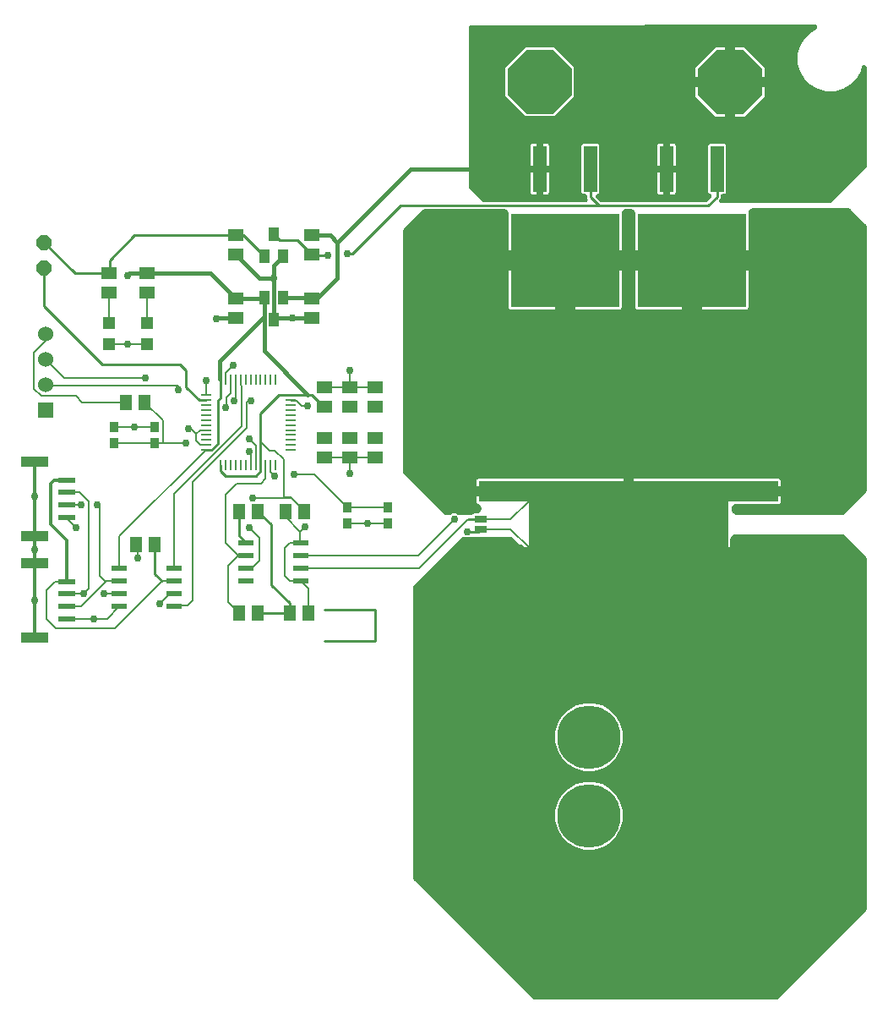
<source format=gbr>
G04 EAGLE Gerber X2 export*
%TF.Part,Single*%
%TF.FileFunction,Copper,L1,Top,Mixed*%
%TF.FilePolarity,Positive*%
%TF.GenerationSoftware,Autodesk,EAGLE,9.1.3*%
%TF.CreationDate,2018-11-23T23:54:25Z*%
G75*
%MOMM*%
%FSLAX34Y34*%
%LPD*%
%AMOC8*
5,1,8,0,0,1.08239X$1,22.5*%
G01*
%ADD10R,1.300000X1.500000*%
%ADD11R,1.500000X1.300000*%
%ADD12R,1.700000X0.600000*%
%ADD13R,2.700000X1.000000*%
%ADD14R,1.200000X1.200000*%
%ADD15P,6.983147X8X202.500000*%
%ADD16R,0.900000X1.000000*%
%ADD17R,1.524000X1.524000*%
%ADD18C,1.524000*%
%ADD19R,1.350000X4.600000*%
%ADD20R,10.800000X9.400000*%
%ADD21R,1.000000X1.400000*%
%ADD22R,6.350000X6.350000*%
%ADD23C,6.350000*%
%ADD24R,1.500000X0.600000*%
%ADD25R,0.200000X1.000000*%
%ADD26R,1.000000X0.200000*%
%ADD27R,20.000000X5.000000*%
%ADD28C,0.150000*%
%ADD29R,30.000000X2.000000*%
%ADD30R,1.270000X0.635000*%
%ADD31P,1.649562X8X112.500000*%
%ADD32C,0.254000*%
%ADD33C,0.756400*%
%ADD34C,0.406400*%
%ADD35C,0.152400*%
%ADD36C,0.304800*%
%ADD37C,0.203200*%

G36*
X795093Y107955D02*
X795093Y107955D01*
X795166Y107953D01*
X795411Y107975D01*
X795656Y107991D01*
X795727Y108004D01*
X795800Y108011D01*
X796040Y108064D01*
X796282Y108110D01*
X796351Y108133D01*
X796422Y108148D01*
X796653Y108231D01*
X796888Y108307D01*
X796954Y108338D01*
X797023Y108362D01*
X797242Y108473D01*
X797464Y108578D01*
X797526Y108617D01*
X797591Y108650D01*
X797795Y108787D01*
X798003Y108919D01*
X798059Y108965D01*
X798119Y109006D01*
X798293Y109159D01*
X798494Y109324D01*
X798551Y109385D01*
X798612Y109438D01*
X885092Y195918D01*
X885140Y195973D01*
X885193Y196023D01*
X885351Y196212D01*
X885513Y196396D01*
X885554Y196457D01*
X885601Y196513D01*
X885733Y196720D01*
X885871Y196923D01*
X885904Y196988D01*
X885944Y197050D01*
X886049Y197272D01*
X886161Y197491D01*
X886185Y197559D01*
X886217Y197625D01*
X886293Y197859D01*
X886377Y198090D01*
X886393Y198161D01*
X886416Y198231D01*
X886462Y198472D01*
X886516Y198712D01*
X886523Y198785D01*
X886537Y198856D01*
X886552Y199087D01*
X886577Y199346D01*
X886574Y199430D01*
X886579Y199510D01*
X886579Y548520D01*
X886575Y548593D01*
X886577Y548666D01*
X886555Y548911D01*
X886539Y549156D01*
X886526Y549227D01*
X886519Y549300D01*
X886466Y549540D01*
X886420Y549782D01*
X886397Y549851D01*
X886382Y549922D01*
X886299Y550153D01*
X886223Y550388D01*
X886192Y550454D01*
X886168Y550523D01*
X886057Y550742D01*
X885952Y550964D01*
X885913Y551026D01*
X885880Y551091D01*
X885743Y551295D01*
X885611Y551503D01*
X885565Y551559D01*
X885524Y551619D01*
X885371Y551793D01*
X885206Y551994D01*
X885145Y552051D01*
X885092Y552112D01*
X864652Y572552D01*
X864597Y572600D01*
X864547Y572653D01*
X864358Y572811D01*
X864174Y572973D01*
X864113Y573014D01*
X864057Y573061D01*
X863850Y573193D01*
X863647Y573331D01*
X863582Y573364D01*
X863520Y573404D01*
X863298Y573509D01*
X863079Y573621D01*
X863011Y573645D01*
X862945Y573677D01*
X862710Y573754D01*
X862480Y573837D01*
X862409Y573853D01*
X862339Y573876D01*
X862098Y573922D01*
X861858Y573976D01*
X861786Y573983D01*
X861714Y573997D01*
X861483Y574012D01*
X861224Y574037D01*
X861140Y574034D01*
X861060Y574039D01*
X755650Y574039D01*
X755577Y574035D01*
X755504Y574037D01*
X755259Y574015D01*
X755014Y573999D01*
X754943Y573986D01*
X754870Y573979D01*
X754630Y573926D01*
X754388Y573880D01*
X754319Y573857D01*
X754248Y573842D01*
X754017Y573759D01*
X753782Y573683D01*
X753716Y573652D01*
X753647Y573628D01*
X753428Y573517D01*
X753206Y573412D01*
X753144Y573373D01*
X753079Y573340D01*
X752875Y573203D01*
X752667Y573071D01*
X752611Y573025D01*
X752551Y572984D01*
X752377Y572831D01*
X752176Y572666D01*
X752119Y572605D01*
X752058Y572552D01*
X751220Y571714D01*
X751172Y571659D01*
X751119Y571609D01*
X750961Y571420D01*
X750799Y571236D01*
X750758Y571175D01*
X750711Y571119D01*
X750579Y570912D01*
X750441Y570709D01*
X750408Y570644D01*
X750368Y570582D01*
X750263Y570360D01*
X750151Y570141D01*
X750127Y570073D01*
X750095Y570007D01*
X750018Y569772D01*
X749935Y569542D01*
X749919Y569471D01*
X749896Y569401D01*
X749850Y569160D01*
X749796Y568920D01*
X749789Y568847D01*
X749775Y568776D01*
X749760Y568545D01*
X749735Y568286D01*
X749738Y568202D01*
X749733Y568122D01*
X749733Y558396D01*
X749423Y557649D01*
X748851Y557077D01*
X748104Y556767D01*
X547296Y556767D01*
X546549Y557077D01*
X545977Y557648D01*
X545699Y558319D01*
X545685Y558347D01*
X545674Y558378D01*
X545545Y558633D01*
X545419Y558891D01*
X545401Y558918D01*
X545387Y558946D01*
X545227Y559183D01*
X545069Y559423D01*
X545048Y559448D01*
X545031Y559474D01*
X544866Y559662D01*
X544656Y559908D01*
X544625Y559936D01*
X544598Y559967D01*
X542173Y562392D01*
X542118Y562440D01*
X542068Y562493D01*
X541879Y562651D01*
X541695Y562813D01*
X541635Y562854D01*
X541579Y562901D01*
X541371Y563033D01*
X541168Y563171D01*
X541103Y563204D01*
X541042Y563244D01*
X540820Y563349D01*
X540601Y563461D01*
X540532Y563485D01*
X540466Y563517D01*
X540232Y563593D01*
X540001Y563677D01*
X539930Y563693D01*
X539861Y563716D01*
X539620Y563762D01*
X539380Y563816D01*
X539307Y563823D01*
X539235Y563837D01*
X539004Y563852D01*
X538745Y563877D01*
X538662Y563874D01*
X538581Y563879D01*
X538044Y563879D01*
X531912Y570012D01*
X531857Y570060D01*
X531807Y570113D01*
X531618Y570271D01*
X531434Y570433D01*
X531373Y570474D01*
X531317Y570521D01*
X531110Y570653D01*
X530907Y570791D01*
X530842Y570824D01*
X530780Y570864D01*
X530558Y570969D01*
X530339Y571081D01*
X530271Y571105D01*
X530205Y571137D01*
X529971Y571213D01*
X529740Y571297D01*
X529669Y571313D01*
X529599Y571336D01*
X529358Y571382D01*
X529118Y571436D01*
X529046Y571443D01*
X528974Y571457D01*
X528743Y571472D01*
X528484Y571497D01*
X528400Y571494D01*
X528320Y571499D01*
X483870Y571499D01*
X483797Y571495D01*
X483724Y571497D01*
X483479Y571475D01*
X483234Y571459D01*
X483163Y571446D01*
X483090Y571439D01*
X482850Y571386D01*
X482608Y571340D01*
X482539Y571317D01*
X482468Y571302D01*
X482237Y571219D01*
X482002Y571143D01*
X481936Y571112D01*
X481867Y571088D01*
X481648Y570977D01*
X481426Y570872D01*
X481364Y570833D01*
X481299Y570800D01*
X481095Y570663D01*
X480887Y570531D01*
X480831Y570485D01*
X480771Y570444D01*
X480597Y570291D01*
X480396Y570126D01*
X480339Y570065D01*
X480278Y570012D01*
X433288Y523022D01*
X433240Y522967D01*
X433187Y522917D01*
X433029Y522728D01*
X432867Y522544D01*
X432826Y522483D01*
X432779Y522427D01*
X432647Y522220D01*
X432509Y522017D01*
X432476Y521952D01*
X432436Y521890D01*
X432331Y521668D01*
X432219Y521449D01*
X432195Y521381D01*
X432163Y521315D01*
X432087Y521081D01*
X432003Y520850D01*
X431987Y520779D01*
X431965Y520709D01*
X431918Y520468D01*
X431864Y520228D01*
X431857Y520156D01*
X431843Y520084D01*
X431828Y519853D01*
X431819Y519758D01*
X431811Y519698D01*
X431811Y519676D01*
X431803Y519594D01*
X431806Y519510D01*
X431801Y519430D01*
X431801Y231140D01*
X431805Y231067D01*
X431803Y230994D01*
X431825Y230749D01*
X431841Y230504D01*
X431854Y230433D01*
X431861Y230360D01*
X431914Y230120D01*
X431960Y229878D01*
X431983Y229809D01*
X431998Y229738D01*
X432081Y229507D01*
X432157Y229272D01*
X432188Y229206D01*
X432212Y229137D01*
X432323Y228918D01*
X432428Y228696D01*
X432467Y228634D01*
X432500Y228569D01*
X432637Y228365D01*
X432769Y228157D01*
X432815Y228101D01*
X432856Y228041D01*
X433009Y227867D01*
X433174Y227666D01*
X433235Y227609D01*
X433288Y227548D01*
X551398Y109438D01*
X551453Y109390D01*
X551503Y109337D01*
X551692Y109179D01*
X551876Y109017D01*
X551937Y108976D01*
X551993Y108929D01*
X552200Y108797D01*
X552403Y108659D01*
X552468Y108626D01*
X552530Y108586D01*
X552752Y108481D01*
X552971Y108369D01*
X553039Y108345D01*
X553105Y108313D01*
X553339Y108237D01*
X553570Y108153D01*
X553641Y108137D01*
X553711Y108115D01*
X553952Y108068D01*
X554192Y108014D01*
X554265Y108007D01*
X554336Y107993D01*
X554567Y107978D01*
X554826Y107953D01*
X554910Y107956D01*
X554990Y107951D01*
X795020Y107951D01*
X795093Y107955D01*
G37*
G36*
X467416Y593093D02*
X467416Y593093D01*
X467448Y593091D01*
X467734Y593113D01*
X468020Y593131D01*
X468051Y593137D01*
X468083Y593139D01*
X468364Y593196D01*
X468646Y593250D01*
X468676Y593260D01*
X468707Y593266D01*
X468944Y593347D01*
X469252Y593447D01*
X469289Y593464D01*
X469328Y593477D01*
X472073Y594615D01*
X474387Y594615D01*
X477132Y593477D01*
X477163Y593467D01*
X477192Y593453D01*
X477465Y593364D01*
X477735Y593271D01*
X477767Y593264D01*
X477797Y593255D01*
X478079Y593200D01*
X478359Y593142D01*
X478391Y593139D01*
X478422Y593133D01*
X478673Y593117D01*
X478994Y593091D01*
X479036Y593093D01*
X479076Y593091D01*
X488906Y593091D01*
X489117Y593104D01*
X489329Y593108D01*
X489435Y593124D01*
X489542Y593131D01*
X489750Y593170D01*
X489959Y593201D01*
X490063Y593230D01*
X490168Y593250D01*
X490369Y593315D01*
X490573Y593372D01*
X490672Y593414D01*
X490774Y593447D01*
X490965Y593537D01*
X491161Y593619D01*
X491251Y593671D01*
X491350Y593718D01*
X491545Y593841D01*
X491728Y593947D01*
X492147Y594227D01*
X492609Y594418D01*
X493100Y594516D01*
X495183Y594516D01*
X495460Y594533D01*
X495737Y594546D01*
X495778Y594553D01*
X495818Y594556D01*
X496091Y594608D01*
X496365Y594655D01*
X496404Y594667D01*
X496444Y594675D01*
X496709Y594761D01*
X496974Y594842D01*
X497011Y594859D01*
X497050Y594872D01*
X497302Y594990D01*
X497555Y595104D01*
X497590Y595125D01*
X497627Y595143D01*
X497862Y595292D01*
X498098Y595436D01*
X498130Y595462D01*
X498165Y595484D01*
X498379Y595661D01*
X498596Y595834D01*
X498625Y595863D01*
X498656Y595889D01*
X498847Y596092D01*
X499040Y596291D01*
X499065Y596324D01*
X499093Y596353D01*
X499257Y596579D01*
X499423Y596800D01*
X499444Y596835D01*
X499468Y596868D01*
X499602Y597112D01*
X499740Y597353D01*
X499756Y597391D01*
X499776Y597426D01*
X499878Y597684D01*
X499985Y597941D01*
X499996Y597980D01*
X500011Y598019D01*
X500080Y598287D01*
X500154Y598555D01*
X500160Y598596D01*
X500170Y598635D01*
X500206Y598910D01*
X500245Y599186D01*
X500246Y599227D01*
X500251Y599267D01*
X500252Y599546D01*
X500257Y599823D01*
X500252Y599863D01*
X500252Y599905D01*
X500218Y600181D01*
X500188Y600456D01*
X500179Y600496D01*
X500174Y600537D01*
X500105Y600807D01*
X500041Y601076D01*
X500027Y601115D01*
X500017Y601154D01*
X499915Y601413D01*
X499817Y601673D01*
X499798Y601709D01*
X499783Y601747D01*
X499650Y601991D01*
X499521Y602237D01*
X499497Y602270D01*
X499478Y602306D01*
X499315Y602531D01*
X499156Y602759D01*
X499128Y602789D01*
X499104Y602823D01*
X498915Y603025D01*
X498729Y603231D01*
X498698Y603258D01*
X498670Y603288D01*
X498456Y603466D01*
X498245Y603647D01*
X498211Y603670D01*
X498180Y603696D01*
X497946Y603845D01*
X497714Y603998D01*
X497678Y604016D01*
X497643Y604039D01*
X497351Y604177D01*
X497126Y604288D01*
X496496Y604548D01*
X496080Y604827D01*
X495727Y605180D01*
X495448Y605597D01*
X495257Y606059D01*
X495159Y606550D01*
X495159Y611721D01*
X647700Y611721D01*
X800241Y611721D01*
X800241Y606550D01*
X800143Y606059D01*
X799952Y605597D01*
X799673Y605180D01*
X799320Y604827D01*
X798903Y604548D01*
X798441Y604357D01*
X797950Y604259D01*
X755910Y604259D01*
X755674Y604244D01*
X755437Y604237D01*
X755356Y604224D01*
X755274Y604219D01*
X755042Y604175D01*
X754808Y604138D01*
X754729Y604115D01*
X754648Y604100D01*
X754423Y604027D01*
X754196Y603961D01*
X754120Y603929D01*
X754042Y603903D01*
X753828Y603803D01*
X753610Y603709D01*
X753540Y603667D01*
X753466Y603632D01*
X753266Y603506D01*
X753062Y603385D01*
X752997Y603335D01*
X752927Y603291D01*
X752745Y603140D01*
X752557Y602996D01*
X752499Y602938D01*
X752436Y602886D01*
X752274Y602713D01*
X752106Y602546D01*
X752056Y602481D01*
X752000Y602422D01*
X751860Y602230D01*
X751715Y602043D01*
X751673Y601973D01*
X751625Y601907D01*
X751510Y601699D01*
X751389Y601496D01*
X751356Y601420D01*
X751317Y601349D01*
X751230Y601129D01*
X751135Y600911D01*
X751112Y600833D01*
X751082Y600756D01*
X751022Y600527D01*
X750956Y600300D01*
X750943Y600219D01*
X750922Y600140D01*
X750892Y599905D01*
X750855Y599671D01*
X750852Y599589D01*
X750841Y599508D01*
X750841Y599271D01*
X750833Y599034D01*
X750840Y598953D01*
X750840Y598870D01*
X750869Y598635D01*
X750891Y598400D01*
X750909Y598320D01*
X750919Y598238D01*
X750977Y598009D01*
X751028Y597777D01*
X751056Y597700D01*
X751076Y597621D01*
X751163Y597401D01*
X751242Y597177D01*
X751279Y597104D01*
X751309Y597028D01*
X751423Y596820D01*
X751530Y596609D01*
X751575Y596541D01*
X751615Y596469D01*
X751754Y596276D01*
X751886Y596081D01*
X751939Y596020D01*
X751988Y595952D01*
X752166Y595762D01*
X752318Y595588D01*
X753328Y594578D01*
X753383Y594530D01*
X753433Y594477D01*
X753622Y594320D01*
X753806Y594157D01*
X753867Y594116D01*
X753923Y594069D01*
X754130Y593937D01*
X754333Y593799D01*
X754398Y593766D01*
X754460Y593726D01*
X754682Y593621D01*
X754901Y593509D01*
X754969Y593485D01*
X755035Y593453D01*
X755269Y593377D01*
X755500Y593293D01*
X755571Y593277D01*
X755641Y593255D01*
X755882Y593208D01*
X756122Y593154D01*
X756194Y593147D01*
X756266Y593133D01*
X756498Y593118D01*
X756756Y593093D01*
X756840Y593096D01*
X756920Y593091D01*
X861060Y593091D01*
X861133Y593095D01*
X861206Y593093D01*
X861451Y593115D01*
X861696Y593131D01*
X861767Y593144D01*
X861840Y593151D01*
X862080Y593204D01*
X862322Y593250D01*
X862391Y593273D01*
X862462Y593288D01*
X862693Y593371D01*
X862928Y593447D01*
X862994Y593478D01*
X863063Y593502D01*
X863282Y593613D01*
X863504Y593718D01*
X863566Y593757D01*
X863631Y593790D01*
X863835Y593927D01*
X864043Y594059D01*
X864099Y594105D01*
X864159Y594146D01*
X864333Y594299D01*
X864534Y594464D01*
X864591Y594525D01*
X864652Y594578D01*
X885092Y615018D01*
X885140Y615073D01*
X885193Y615123D01*
X885351Y615312D01*
X885513Y615496D01*
X885554Y615557D01*
X885601Y615613D01*
X885733Y615820D01*
X885871Y616023D01*
X885904Y616088D01*
X885944Y616150D01*
X886049Y616372D01*
X886161Y616591D01*
X886185Y616659D01*
X886217Y616725D01*
X886293Y616959D01*
X886377Y617190D01*
X886393Y617261D01*
X886416Y617331D01*
X886462Y617572D01*
X886516Y617812D01*
X886523Y617885D01*
X886537Y617956D01*
X886552Y618187D01*
X886577Y618446D01*
X886574Y618530D01*
X886579Y618610D01*
X886579Y881260D01*
X886575Y881333D01*
X886577Y881406D01*
X886555Y881651D01*
X886539Y881896D01*
X886526Y881967D01*
X886519Y882040D01*
X886466Y882281D01*
X886420Y882522D01*
X886398Y882591D01*
X886382Y882662D01*
X886299Y882894D01*
X886223Y883128D01*
X886192Y883194D01*
X886168Y883263D01*
X886057Y883482D01*
X885952Y883704D01*
X885913Y883766D01*
X885880Y883831D01*
X885743Y884035D01*
X885611Y884243D01*
X885565Y884299D01*
X885524Y884359D01*
X885371Y884533D01*
X885206Y884734D01*
X885145Y884791D01*
X885092Y884852D01*
X871002Y898942D01*
X870947Y898990D01*
X870897Y899043D01*
X870708Y899201D01*
X870524Y899363D01*
X870463Y899404D01*
X870407Y899451D01*
X870200Y899583D01*
X869997Y899721D01*
X869932Y899754D01*
X869870Y899794D01*
X869648Y899899D01*
X869429Y900011D01*
X869361Y900035D01*
X869295Y900067D01*
X869060Y900144D01*
X868830Y900227D01*
X868759Y900243D01*
X868689Y900266D01*
X868448Y900312D01*
X868208Y900366D01*
X868136Y900373D01*
X868064Y900387D01*
X867833Y900402D01*
X867574Y900427D01*
X867490Y900424D01*
X867410Y900429D01*
X772820Y900429D01*
X772665Y900420D01*
X772510Y900420D01*
X772348Y900400D01*
X772184Y900389D01*
X772032Y900360D01*
X771878Y900341D01*
X771719Y900301D01*
X771558Y900270D01*
X771411Y900222D01*
X771261Y900184D01*
X771108Y900124D01*
X770952Y900073D01*
X770812Y900008D01*
X770668Y899951D01*
X770524Y899872D01*
X770376Y899802D01*
X770245Y899720D01*
X770109Y899645D01*
X769976Y899549D01*
X769837Y899461D01*
X769718Y899363D01*
X769592Y899272D01*
X769473Y899160D01*
X769346Y899056D01*
X769240Y898943D01*
X769127Y898837D01*
X769022Y898711D01*
X768910Y898592D01*
X768818Y898466D01*
X768719Y898347D01*
X768631Y898209D01*
X768535Y898077D01*
X768460Y897941D01*
X768376Y897810D01*
X768306Y897662D01*
X768227Y897519D01*
X768170Y897375D01*
X768103Y897235D01*
X768052Y897079D01*
X767992Y896926D01*
X767953Y896776D01*
X767904Y896629D01*
X767873Y896468D01*
X767832Y896310D01*
X767813Y896156D01*
X767783Y896004D01*
X767773Y895845D01*
X767751Y895678D01*
X767751Y895509D01*
X767741Y895350D01*
X767741Y858459D01*
X716280Y858459D01*
X716126Y858449D01*
X715971Y858450D01*
X715808Y858429D01*
X715644Y858419D01*
X715492Y858390D01*
X715338Y858371D01*
X715179Y858331D01*
X715018Y858300D01*
X714871Y858252D01*
X714721Y858214D01*
X714568Y858154D01*
X714412Y858103D01*
X714272Y858037D01*
X714128Y857981D01*
X713984Y857902D01*
X713836Y857832D01*
X713705Y857749D01*
X713569Y857675D01*
X713436Y857579D01*
X713298Y857491D01*
X713178Y857393D01*
X713053Y857302D01*
X712933Y857190D01*
X712806Y857086D01*
X712700Y856973D01*
X712587Y856867D01*
X712482Y856741D01*
X712370Y856621D01*
X712278Y856496D01*
X712179Y856377D01*
X712091Y856239D01*
X711995Y856106D01*
X711920Y855971D01*
X711836Y855840D01*
X711766Y855692D01*
X711687Y855548D01*
X711630Y855405D01*
X711563Y855265D01*
X711512Y855109D01*
X711452Y854956D01*
X711413Y854806D01*
X711365Y854659D01*
X711333Y854498D01*
X711292Y854340D01*
X711273Y854186D01*
X711243Y854034D01*
X711233Y853875D01*
X711211Y853708D01*
X711211Y853539D01*
X711201Y853380D01*
X711201Y848299D01*
X711199Y848299D01*
X711199Y853380D01*
X711189Y853534D01*
X711190Y853689D01*
X711169Y853852D01*
X711159Y854016D01*
X711130Y854168D01*
X711111Y854322D01*
X711071Y854481D01*
X711040Y854642D01*
X710992Y854789D01*
X710954Y854939D01*
X710894Y855092D01*
X710843Y855248D01*
X710777Y855388D01*
X710721Y855532D01*
X710642Y855676D01*
X710572Y855824D01*
X710489Y855955D01*
X710415Y856091D01*
X710319Y856224D01*
X710231Y856362D01*
X710133Y856482D01*
X710042Y856607D01*
X709930Y856727D01*
X709825Y856854D01*
X709713Y856960D01*
X709607Y857073D01*
X709481Y857178D01*
X709361Y857290D01*
X709236Y857382D01*
X709117Y857481D01*
X708979Y857569D01*
X708846Y857665D01*
X708711Y857740D01*
X708580Y857824D01*
X708432Y857894D01*
X708288Y857973D01*
X708145Y858030D01*
X708005Y858097D01*
X707849Y858148D01*
X707696Y858208D01*
X707546Y858247D01*
X707399Y858295D01*
X707238Y858327D01*
X707079Y858368D01*
X706926Y858387D01*
X706774Y858417D01*
X706615Y858427D01*
X706447Y858449D01*
X706279Y858449D01*
X706120Y858459D01*
X654659Y858459D01*
X654659Y894588D01*
X654650Y894743D01*
X654650Y894898D01*
X654630Y895060D01*
X654619Y895224D01*
X654590Y895376D01*
X654571Y895530D01*
X654531Y895689D01*
X654500Y895850D01*
X654452Y895997D01*
X654414Y896147D01*
X654354Y896300D01*
X654303Y896456D01*
X654238Y896596D01*
X654181Y896740D01*
X654102Y896884D01*
X654032Y897032D01*
X653950Y897163D01*
X653875Y897299D01*
X653779Y897432D01*
X653691Y897571D01*
X653593Y897690D01*
X653502Y897816D01*
X653390Y897935D01*
X653286Y898062D01*
X653173Y898168D01*
X653067Y898281D01*
X652941Y898386D01*
X652822Y898498D01*
X652696Y898590D01*
X652577Y898689D01*
X652439Y898777D01*
X652307Y898873D01*
X652171Y898948D01*
X652040Y899032D01*
X651892Y899102D01*
X651749Y899181D01*
X651605Y899238D01*
X651465Y899305D01*
X651309Y899356D01*
X651156Y899416D01*
X651006Y899455D01*
X650859Y899504D01*
X650698Y899535D01*
X650540Y899576D01*
X650386Y899595D01*
X650234Y899625D01*
X650075Y899635D01*
X649908Y899657D01*
X649739Y899657D01*
X649580Y899667D01*
X645820Y899667D01*
X645665Y899658D01*
X645510Y899658D01*
X645348Y899638D01*
X645184Y899627D01*
X645032Y899598D01*
X644878Y899579D01*
X644719Y899539D01*
X644558Y899508D01*
X644411Y899460D01*
X644261Y899422D01*
X644108Y899362D01*
X643952Y899311D01*
X643812Y899246D01*
X643668Y899189D01*
X643524Y899110D01*
X643376Y899040D01*
X643245Y898958D01*
X643109Y898883D01*
X642976Y898787D01*
X642837Y898699D01*
X642718Y898601D01*
X642592Y898510D01*
X642473Y898398D01*
X642346Y898294D01*
X642240Y898181D01*
X642127Y898075D01*
X642022Y897949D01*
X641910Y897830D01*
X641818Y897704D01*
X641719Y897585D01*
X641631Y897447D01*
X641535Y897315D01*
X641460Y897179D01*
X641376Y897048D01*
X641306Y896900D01*
X641227Y896757D01*
X641170Y896613D01*
X641103Y896473D01*
X641052Y896317D01*
X640992Y896164D01*
X640953Y896014D01*
X640904Y895867D01*
X640873Y895706D01*
X640832Y895548D01*
X640813Y895394D01*
X640783Y895242D01*
X640773Y895083D01*
X640751Y894916D01*
X640751Y894747D01*
X640741Y894588D01*
X640741Y858459D01*
X589280Y858459D01*
X589126Y858449D01*
X588971Y858450D01*
X588808Y858429D01*
X588644Y858419D01*
X588492Y858390D01*
X588338Y858371D01*
X588179Y858331D01*
X588018Y858300D01*
X587871Y858252D01*
X587721Y858214D01*
X587568Y858154D01*
X587412Y858103D01*
X587272Y858037D01*
X587128Y857981D01*
X586984Y857902D01*
X586836Y857832D01*
X586705Y857749D01*
X586569Y857675D01*
X586436Y857579D01*
X586298Y857491D01*
X586178Y857393D01*
X586053Y857302D01*
X585933Y857190D01*
X585806Y857086D01*
X585700Y856973D01*
X585587Y856867D01*
X585482Y856741D01*
X585370Y856621D01*
X585278Y856496D01*
X585179Y856377D01*
X585091Y856239D01*
X584995Y856106D01*
X584920Y855971D01*
X584836Y855840D01*
X584766Y855692D01*
X584687Y855548D01*
X584630Y855405D01*
X584563Y855265D01*
X584512Y855109D01*
X584452Y854956D01*
X584413Y854806D01*
X584365Y854659D01*
X584333Y854498D01*
X584292Y854340D01*
X584273Y854186D01*
X584243Y854034D01*
X584233Y853875D01*
X584211Y853708D01*
X584211Y853539D01*
X584201Y853380D01*
X584201Y848299D01*
X584199Y848299D01*
X584199Y853380D01*
X584189Y853534D01*
X584190Y853689D01*
X584169Y853852D01*
X584159Y854016D01*
X584130Y854168D01*
X584111Y854322D01*
X584071Y854481D01*
X584040Y854642D01*
X583992Y854789D01*
X583954Y854939D01*
X583894Y855092D01*
X583843Y855248D01*
X583777Y855388D01*
X583721Y855532D01*
X583642Y855676D01*
X583572Y855824D01*
X583489Y855955D01*
X583415Y856091D01*
X583319Y856224D01*
X583231Y856362D01*
X583133Y856482D01*
X583042Y856607D01*
X582930Y856727D01*
X582825Y856854D01*
X582713Y856960D01*
X582607Y857073D01*
X582481Y857178D01*
X582361Y857290D01*
X582236Y857382D01*
X582117Y857481D01*
X581979Y857569D01*
X581846Y857665D01*
X581711Y857740D01*
X581580Y857824D01*
X581432Y857894D01*
X581288Y857973D01*
X581145Y858030D01*
X581005Y858097D01*
X580849Y858148D01*
X580696Y858208D01*
X580546Y858247D01*
X580399Y858295D01*
X580238Y858327D01*
X580079Y858368D01*
X579926Y858387D01*
X579774Y858417D01*
X579615Y858427D01*
X579447Y858449D01*
X579279Y858449D01*
X579120Y858459D01*
X527659Y858459D01*
X527659Y894588D01*
X527650Y894743D01*
X527650Y894898D01*
X527630Y895060D01*
X527619Y895224D01*
X527590Y895376D01*
X527571Y895530D01*
X527531Y895689D01*
X527500Y895850D01*
X527452Y895997D01*
X527414Y896147D01*
X527354Y896300D01*
X527303Y896456D01*
X527238Y896596D01*
X527181Y896740D01*
X527102Y896884D01*
X527032Y897032D01*
X526950Y897163D01*
X526875Y897299D01*
X526779Y897432D01*
X526691Y897571D01*
X526593Y897690D01*
X526502Y897816D01*
X526390Y897935D01*
X526286Y898062D01*
X526173Y898168D01*
X526067Y898281D01*
X525941Y898386D01*
X525822Y898498D01*
X525696Y898590D01*
X525577Y898689D01*
X525439Y898777D01*
X525307Y898873D01*
X525171Y898948D01*
X525040Y899032D01*
X524892Y899102D01*
X524749Y899181D01*
X524605Y899238D01*
X524465Y899305D01*
X524309Y899356D01*
X524156Y899416D01*
X524006Y899455D01*
X523859Y899504D01*
X523698Y899535D01*
X523540Y899576D01*
X523386Y899595D01*
X523234Y899625D01*
X523075Y899635D01*
X522908Y899657D01*
X522739Y899657D01*
X522580Y899667D01*
X445008Y899667D01*
X444935Y899663D01*
X444862Y899665D01*
X444617Y899643D01*
X444372Y899627D01*
X444301Y899614D01*
X444228Y899607D01*
X443988Y899554D01*
X443746Y899508D01*
X443677Y899485D01*
X443606Y899470D01*
X443375Y899387D01*
X443140Y899311D01*
X443074Y899280D01*
X443005Y899256D01*
X442786Y899145D01*
X442564Y899040D01*
X442502Y899001D01*
X442437Y898968D01*
X442233Y898831D01*
X442025Y898699D01*
X441969Y898653D01*
X441909Y898612D01*
X441735Y898459D01*
X441534Y898294D01*
X441477Y898233D01*
X441416Y898180D01*
X423128Y879892D01*
X423080Y879837D01*
X423027Y879787D01*
X422869Y879598D01*
X422707Y879414D01*
X422666Y879353D01*
X422619Y879297D01*
X422487Y879090D01*
X422349Y878887D01*
X422316Y878822D01*
X422276Y878760D01*
X422171Y878538D01*
X422059Y878319D01*
X422035Y878251D01*
X422003Y878185D01*
X421927Y877951D01*
X421843Y877720D01*
X421827Y877649D01*
X421805Y877579D01*
X421758Y877338D01*
X421704Y877098D01*
X421697Y877026D01*
X421683Y876954D01*
X421668Y876723D01*
X421643Y876464D01*
X421646Y876380D01*
X421641Y876300D01*
X421641Y637540D01*
X421645Y637467D01*
X421643Y637394D01*
X421665Y637149D01*
X421681Y636904D01*
X421694Y636833D01*
X421701Y636760D01*
X421754Y636520D01*
X421800Y636278D01*
X421823Y636209D01*
X421838Y636138D01*
X421921Y635907D01*
X421997Y635672D01*
X422028Y635606D01*
X422052Y635537D01*
X422163Y635318D01*
X422268Y635096D01*
X422307Y635034D01*
X422340Y634969D01*
X422477Y634765D01*
X422609Y634557D01*
X422655Y634501D01*
X422696Y634441D01*
X422849Y634267D01*
X423014Y634066D01*
X423075Y634009D01*
X423128Y633948D01*
X462498Y594578D01*
X462553Y594530D01*
X462603Y594477D01*
X462792Y594319D01*
X462976Y594157D01*
X463037Y594116D01*
X463093Y594069D01*
X463300Y593937D01*
X463503Y593799D01*
X463568Y593766D01*
X463630Y593726D01*
X463852Y593621D01*
X464071Y593509D01*
X464139Y593485D01*
X464205Y593453D01*
X464439Y593377D01*
X464670Y593293D01*
X464741Y593277D01*
X464811Y593255D01*
X465052Y593208D01*
X465292Y593154D01*
X465365Y593147D01*
X465436Y593133D01*
X465667Y593118D01*
X465926Y593093D01*
X466010Y593096D01*
X466090Y593091D01*
X467384Y593091D01*
X467416Y593093D01*
G37*
G36*
X849794Y905525D02*
X849794Y905525D01*
X849958Y905532D01*
X850018Y905545D01*
X850079Y905551D01*
X850237Y905594D01*
X850398Y905630D01*
X850454Y905653D01*
X850513Y905669D01*
X850661Y905740D01*
X850813Y905803D01*
X850865Y905836D01*
X850920Y905863D01*
X851053Y905958D01*
X851191Y906048D01*
X851249Y906099D01*
X851286Y906125D01*
X851328Y906168D01*
X851426Y906254D01*
X885836Y940664D01*
X885941Y940791D01*
X886053Y940912D01*
X886085Y940963D01*
X886124Y941010D01*
X886206Y941153D01*
X886294Y941291D01*
X886318Y941348D01*
X886348Y941401D01*
X886403Y941556D01*
X886465Y941708D01*
X886478Y941768D01*
X886499Y941825D01*
X886525Y941987D01*
X886560Y942148D01*
X886565Y942225D01*
X886572Y942269D01*
X886571Y942330D01*
X886579Y942460D01*
X886579Y1041037D01*
X886569Y1041155D01*
X886568Y1041273D01*
X886549Y1041379D01*
X886539Y1041485D01*
X886508Y1041600D01*
X886487Y1041716D01*
X886449Y1041816D01*
X886421Y1041920D01*
X886370Y1042027D01*
X886328Y1042138D01*
X886273Y1042230D01*
X886227Y1042326D01*
X886159Y1042423D01*
X886098Y1042525D01*
X886028Y1042606D01*
X885965Y1042692D01*
X885880Y1042775D01*
X885803Y1042865D01*
X885719Y1042932D01*
X885643Y1043006D01*
X885544Y1043073D01*
X885452Y1043147D01*
X885358Y1043199D01*
X885270Y1043259D01*
X885161Y1043307D01*
X885057Y1043363D01*
X884956Y1043397D01*
X884858Y1043441D01*
X884742Y1043469D01*
X884630Y1043507D01*
X884524Y1043522D01*
X884420Y1043547D01*
X884302Y1043555D01*
X884185Y1043572D01*
X884078Y1043569D01*
X883971Y1043575D01*
X883853Y1043561D01*
X883735Y1043558D01*
X883630Y1043535D01*
X883524Y1043523D01*
X883410Y1043489D01*
X883294Y1043464D01*
X883195Y1043424D01*
X883093Y1043393D01*
X882987Y1043339D01*
X882877Y1043294D01*
X882787Y1043237D01*
X882691Y1043188D01*
X882597Y1043117D01*
X882497Y1043053D01*
X882418Y1042981D01*
X882333Y1042916D01*
X882252Y1042829D01*
X882165Y1042749D01*
X882100Y1042664D01*
X882028Y1042585D01*
X881964Y1042485D01*
X881892Y1042391D01*
X881843Y1042296D01*
X881786Y1042206D01*
X881741Y1042096D01*
X881687Y1041990D01*
X881639Y1041847D01*
X881615Y1041789D01*
X881607Y1041752D01*
X881587Y1041694D01*
X880435Y1037393D01*
X876135Y1029946D01*
X870054Y1023865D01*
X862607Y1019565D01*
X854300Y1017339D01*
X845700Y1017339D01*
X837393Y1019565D01*
X829946Y1023865D01*
X823865Y1029946D01*
X819565Y1037393D01*
X817339Y1045700D01*
X817339Y1054300D01*
X819565Y1062607D01*
X823865Y1070054D01*
X829946Y1076135D01*
X835744Y1079483D01*
X835755Y1079490D01*
X835767Y1079496D01*
X835939Y1079620D01*
X836113Y1079742D01*
X836122Y1079751D01*
X836133Y1079759D01*
X836281Y1079911D01*
X836430Y1080061D01*
X836437Y1080072D01*
X836446Y1080082D01*
X836566Y1080259D01*
X836685Y1080432D01*
X836691Y1080444D01*
X836698Y1080455D01*
X836784Y1080650D01*
X836871Y1080842D01*
X836874Y1080855D01*
X836880Y1080867D01*
X836929Y1081073D01*
X836982Y1081279D01*
X836983Y1081292D01*
X836986Y1081305D01*
X836998Y1081515D01*
X837013Y1081728D01*
X837012Y1081741D01*
X837013Y1081754D01*
X836988Y1081965D01*
X836965Y1082176D01*
X836962Y1082188D01*
X836960Y1082202D01*
X836898Y1082406D01*
X836839Y1082608D01*
X836833Y1082620D01*
X836829Y1082632D01*
X836732Y1082822D01*
X836638Y1083011D01*
X836630Y1083022D01*
X836624Y1083033D01*
X836496Y1083202D01*
X836370Y1083372D01*
X836360Y1083381D01*
X836352Y1083392D01*
X836196Y1083535D01*
X836041Y1083680D01*
X836030Y1083687D01*
X836020Y1083697D01*
X835841Y1083810D01*
X835664Y1083925D01*
X835651Y1083931D01*
X835640Y1083938D01*
X835443Y1084018D01*
X835249Y1084100D01*
X835236Y1084103D01*
X835223Y1084108D01*
X835015Y1084153D01*
X834809Y1084199D01*
X834796Y1084200D01*
X834783Y1084202D01*
X834471Y1084221D01*
X490216Y1083734D01*
X490184Y1083731D01*
X490151Y1083733D01*
X489959Y1083710D01*
X489768Y1083693D01*
X489736Y1083684D01*
X489704Y1083681D01*
X489519Y1083625D01*
X489334Y1083574D01*
X489304Y1083560D01*
X489273Y1083550D01*
X489101Y1083463D01*
X488927Y1083380D01*
X488901Y1083361D01*
X488871Y1083346D01*
X488718Y1083230D01*
X488562Y1083117D01*
X488539Y1083094D01*
X488513Y1083074D01*
X488382Y1082932D01*
X488248Y1082794D01*
X488230Y1082767D01*
X488208Y1082743D01*
X488104Y1082580D01*
X487997Y1082421D01*
X487983Y1082391D01*
X487966Y1082363D01*
X487893Y1082185D01*
X487815Y1082009D01*
X487807Y1081977D01*
X487795Y1081946D01*
X487754Y1081758D01*
X487709Y1081571D01*
X487707Y1081538D01*
X487700Y1081506D01*
X487681Y1081194D01*
X487681Y922020D01*
X487695Y921856D01*
X487702Y921692D01*
X487715Y921632D01*
X487721Y921572D01*
X487764Y921413D01*
X487800Y921252D01*
X487823Y921196D01*
X487839Y921137D01*
X487910Y920989D01*
X487973Y920837D01*
X488006Y920785D01*
X488033Y920731D01*
X488128Y920597D01*
X488218Y920459D01*
X488269Y920401D01*
X488295Y920364D01*
X488338Y920322D01*
X488424Y920224D01*
X501632Y907016D01*
X501759Y906911D01*
X501880Y906799D01*
X501931Y906767D01*
X501978Y906728D01*
X502121Y906646D01*
X502259Y906558D01*
X502316Y906534D01*
X502369Y906504D01*
X502524Y906449D01*
X502676Y906387D01*
X502736Y906374D01*
X502793Y906353D01*
X502955Y906327D01*
X503116Y906292D01*
X503193Y906287D01*
X503237Y906280D01*
X503298Y906281D01*
X503428Y906273D01*
X604386Y906273D01*
X604516Y906284D01*
X604646Y906286D01*
X604739Y906304D01*
X604835Y906313D01*
X604960Y906347D01*
X605088Y906372D01*
X605177Y906406D01*
X605269Y906431D01*
X605386Y906487D01*
X605508Y906534D01*
X605590Y906584D01*
X605676Y906625D01*
X605781Y906700D01*
X605893Y906768D01*
X605964Y906831D01*
X606042Y906887D01*
X606133Y906980D01*
X606230Y907066D01*
X606289Y907141D01*
X606356Y907209D01*
X606429Y907317D01*
X606509Y907419D01*
X606554Y907503D01*
X606608Y907582D01*
X606661Y907701D01*
X606722Y907816D01*
X606752Y907907D01*
X606790Y907994D01*
X606821Y908121D01*
X606861Y908244D01*
X606874Y908339D01*
X606897Y908432D01*
X606905Y908561D01*
X606923Y908690D01*
X606919Y908786D01*
X606925Y908881D01*
X606909Y909010D01*
X606904Y909140D01*
X606884Y909233D01*
X606872Y909328D01*
X606835Y909453D01*
X606807Y909580D01*
X606770Y909668D01*
X606742Y909759D01*
X606683Y909875D01*
X606633Y909995D01*
X606581Y910075D01*
X606538Y910161D01*
X606459Y910264D01*
X606389Y910373D01*
X606303Y910471D01*
X606297Y910478D01*
X606297Y912228D01*
X606294Y912263D01*
X606296Y912297D01*
X606274Y912486D01*
X606257Y912677D01*
X606248Y912710D01*
X606244Y912744D01*
X606189Y912927D01*
X606139Y913111D01*
X606124Y913142D01*
X606114Y913175D01*
X606027Y913346D01*
X605945Y913518D01*
X605925Y913546D01*
X605910Y913577D01*
X605794Y913729D01*
X605683Y913884D01*
X605658Y913908D01*
X605638Y913935D01*
X605498Y914064D01*
X605361Y914198D01*
X605332Y914217D01*
X605306Y914241D01*
X605145Y914343D01*
X604988Y914450D01*
X604956Y914464D01*
X604927Y914482D01*
X604750Y914555D01*
X604576Y914632D01*
X604542Y914640D01*
X604510Y914653D01*
X604323Y914693D01*
X604138Y914739D01*
X604104Y914741D01*
X604070Y914748D01*
X603758Y914767D01*
X602008Y914767D01*
X600817Y915958D01*
X600817Y963642D01*
X602008Y964833D01*
X617192Y964833D01*
X618383Y963642D01*
X618383Y915958D01*
X617165Y914741D01*
X617141Y914736D01*
X617045Y914727D01*
X616920Y914693D01*
X616792Y914668D01*
X616703Y914634D01*
X616611Y914609D01*
X616494Y914553D01*
X616372Y914506D01*
X616290Y914456D01*
X616204Y914415D01*
X616099Y914340D01*
X615987Y914272D01*
X615916Y914209D01*
X615838Y914153D01*
X615747Y914060D01*
X615650Y913974D01*
X615591Y913899D01*
X615524Y913831D01*
X615451Y913723D01*
X615371Y913621D01*
X615326Y913537D01*
X615272Y913458D01*
X615219Y913339D01*
X615158Y913224D01*
X615128Y913133D01*
X615090Y913046D01*
X615059Y912919D01*
X615019Y912796D01*
X615006Y912701D01*
X614983Y912608D01*
X614975Y912479D01*
X614957Y912350D01*
X614961Y912254D01*
X614955Y912159D01*
X614970Y912030D01*
X614976Y911900D01*
X614996Y911807D01*
X615008Y911712D01*
X615045Y911587D01*
X615073Y911460D01*
X615110Y911372D01*
X615138Y911281D01*
X615197Y911165D01*
X615247Y911045D01*
X615299Y910965D01*
X615342Y910879D01*
X615421Y910776D01*
X615491Y910667D01*
X615577Y910569D01*
X615614Y910521D01*
X615647Y910490D01*
X615698Y910432D01*
X619114Y907016D01*
X619240Y906911D01*
X619361Y906799D01*
X619413Y906767D01*
X619460Y906728D01*
X619602Y906646D01*
X619741Y906558D01*
X619798Y906534D01*
X619851Y906504D01*
X620005Y906449D01*
X620158Y906387D01*
X620217Y906374D01*
X620275Y906353D01*
X620437Y906327D01*
X620598Y906292D01*
X620675Y906287D01*
X620719Y906280D01*
X620780Y906281D01*
X620910Y906273D01*
X725290Y906273D01*
X725454Y906287D01*
X725618Y906294D01*
X725678Y906307D01*
X725739Y906313D01*
X725898Y906356D01*
X726058Y906392D01*
X726114Y906415D01*
X726173Y906431D01*
X726321Y906502D01*
X726473Y906565D01*
X726525Y906598D01*
X726580Y906625D01*
X726713Y906720D01*
X726852Y906810D01*
X726909Y906861D01*
X726946Y906887D01*
X726988Y906930D01*
X727086Y907016D01*
X730502Y910432D01*
X730585Y910532D01*
X730676Y910625D01*
X730729Y910705D01*
X730791Y910778D01*
X730855Y910891D01*
X730928Y910998D01*
X730967Y911086D01*
X731014Y911169D01*
X731058Y911291D01*
X731110Y911410D01*
X731133Y911503D01*
X731165Y911593D01*
X731186Y911721D01*
X731217Y911848D01*
X731223Y911943D01*
X731238Y912037D01*
X731237Y912167D01*
X731245Y912297D01*
X731233Y912392D01*
X731232Y912488D01*
X731207Y912615D01*
X731192Y912744D01*
X731165Y912836D01*
X731147Y912930D01*
X731100Y913051D01*
X731062Y913175D01*
X731019Y913261D01*
X730984Y913350D01*
X730917Y913461D01*
X730858Y913577D01*
X730800Y913653D01*
X730750Y913734D01*
X730664Y913832D01*
X730586Y913935D01*
X730516Y914000D01*
X730452Y914072D01*
X730350Y914152D01*
X730255Y914241D01*
X730174Y914292D01*
X730099Y914351D01*
X729985Y914412D01*
X729875Y914482D01*
X729786Y914519D01*
X729702Y914564D01*
X729579Y914604D01*
X729458Y914653D01*
X729365Y914673D01*
X729274Y914703D01*
X729145Y914721D01*
X729030Y914746D01*
X727817Y915958D01*
X727817Y963642D01*
X729008Y964833D01*
X744192Y964833D01*
X745383Y963642D01*
X745383Y915958D01*
X744192Y914767D01*
X742442Y914767D01*
X742407Y914764D01*
X742373Y914766D01*
X742184Y914744D01*
X741993Y914727D01*
X741960Y914718D01*
X741926Y914714D01*
X741743Y914659D01*
X741559Y914609D01*
X741528Y914594D01*
X741495Y914584D01*
X741324Y914497D01*
X741152Y914415D01*
X741124Y914395D01*
X741093Y914380D01*
X740941Y914264D01*
X740786Y914153D01*
X740762Y914128D01*
X740735Y914108D01*
X740606Y913968D01*
X740472Y913831D01*
X740453Y913802D01*
X740429Y913776D01*
X740327Y913615D01*
X740220Y913458D01*
X740206Y913426D01*
X740188Y913397D01*
X740115Y913220D01*
X740038Y913046D01*
X740030Y913012D01*
X740017Y912980D01*
X739977Y912793D01*
X739931Y912608D01*
X739929Y912574D01*
X739922Y912540D01*
X739903Y912228D01*
X739903Y910492D01*
X739256Y909846D01*
X739173Y909746D01*
X739082Y909653D01*
X739029Y909573D01*
X738967Y909500D01*
X738903Y909387D01*
X738830Y909280D01*
X738791Y909192D01*
X738744Y909109D01*
X738700Y908987D01*
X738648Y908868D01*
X738625Y908775D01*
X738593Y908685D01*
X738572Y908557D01*
X738541Y908430D01*
X738535Y908335D01*
X738520Y908241D01*
X738521Y908110D01*
X738513Y907981D01*
X738525Y907886D01*
X738526Y907791D01*
X738551Y907663D01*
X738566Y907534D01*
X738593Y907442D01*
X738611Y907348D01*
X738658Y907227D01*
X738696Y907103D01*
X738739Y907017D01*
X738774Y906928D01*
X738841Y906817D01*
X738900Y906701D01*
X738958Y906625D01*
X739008Y906544D01*
X739094Y906446D01*
X739172Y906343D01*
X739242Y906278D01*
X739306Y906206D01*
X739408Y906126D01*
X739503Y906038D01*
X739584Y905986D01*
X739659Y905927D01*
X739773Y905866D01*
X739883Y905796D01*
X739971Y905759D01*
X740056Y905714D01*
X740180Y905674D01*
X740300Y905625D01*
X740393Y905605D01*
X740484Y905575D01*
X740613Y905557D01*
X740740Y905530D01*
X740870Y905522D01*
X740930Y905514D01*
X740975Y905516D01*
X741052Y905511D01*
X849630Y905511D01*
X849794Y905525D01*
G37*
%LPC*%
G36*
X544596Y992509D02*
X544596Y992509D01*
X524509Y1012596D01*
X524509Y1041004D01*
X544596Y1061091D01*
X573004Y1061091D01*
X593091Y1041004D01*
X593091Y1012596D01*
X573004Y992509D01*
X544596Y992509D01*
G37*
%LPD*%
%LPC*%
G36*
X603882Y337057D02*
X603882Y337057D01*
X595290Y339360D01*
X587587Y343807D01*
X581297Y350097D01*
X576850Y357800D01*
X574547Y366392D01*
X574547Y375288D01*
X576850Y383880D01*
X581297Y391583D01*
X587587Y397873D01*
X595290Y402320D01*
X603882Y404623D01*
X612778Y404623D01*
X621370Y402320D01*
X629073Y397873D01*
X635363Y391583D01*
X639810Y383880D01*
X642113Y375288D01*
X642113Y366392D01*
X639810Y357800D01*
X635363Y350097D01*
X629073Y343807D01*
X621370Y339360D01*
X612778Y337057D01*
X603882Y337057D01*
G37*
%LPD*%
%LPC*%
G36*
X603882Y258317D02*
X603882Y258317D01*
X595290Y260620D01*
X587587Y265067D01*
X581297Y271357D01*
X576850Y279060D01*
X574547Y287652D01*
X574547Y296548D01*
X576850Y305140D01*
X581297Y312843D01*
X587587Y319133D01*
X595290Y323580D01*
X603882Y325883D01*
X612778Y325883D01*
X621370Y323580D01*
X629073Y319133D01*
X635363Y312843D01*
X639810Y305140D01*
X642113Y296548D01*
X642113Y287652D01*
X639810Y279060D01*
X635363Y271357D01*
X629073Y265067D01*
X621370Y260620D01*
X612778Y258317D01*
X603882Y258317D01*
G37*
%LPD*%
%LPC*%
G36*
X721359Y798759D02*
X721359Y798759D01*
X721359Y838141D01*
X767741Y838141D01*
X767741Y801050D01*
X767643Y800559D01*
X767452Y800097D01*
X767173Y799680D01*
X766820Y799327D01*
X766403Y799048D01*
X765941Y798857D01*
X765450Y798759D01*
X721359Y798759D01*
G37*
%LPD*%
%LPC*%
G36*
X594359Y798759D02*
X594359Y798759D01*
X594359Y838141D01*
X640741Y838141D01*
X640741Y801050D01*
X640643Y800559D01*
X640452Y800097D01*
X640173Y799680D01*
X639820Y799327D01*
X639403Y799048D01*
X638941Y798857D01*
X638450Y798759D01*
X594359Y798759D01*
G37*
%LPD*%
%LPC*%
G36*
X656950Y798759D02*
X656950Y798759D01*
X656459Y798857D01*
X655997Y799048D01*
X655580Y799327D01*
X655227Y799680D01*
X654948Y800097D01*
X654757Y800559D01*
X654659Y801050D01*
X654659Y838141D01*
X701041Y838141D01*
X701041Y798759D01*
X656950Y798759D01*
G37*
%LPD*%
%LPC*%
G36*
X529950Y798759D02*
X529950Y798759D01*
X529459Y798857D01*
X528997Y799048D01*
X528580Y799327D01*
X528227Y799680D01*
X527948Y800097D01*
X527757Y800559D01*
X527659Y801050D01*
X527659Y838141D01*
X574041Y838141D01*
X574041Y798759D01*
X529950Y798759D01*
G37*
%LPD*%
%LPC*%
G36*
X652779Y621879D02*
X652779Y621879D01*
X652779Y629341D01*
X797950Y629341D01*
X798441Y629243D01*
X798903Y629052D01*
X799320Y628773D01*
X799673Y628420D01*
X799952Y628003D01*
X800143Y627541D01*
X800241Y627050D01*
X800241Y621879D01*
X652779Y621879D01*
G37*
%LPD*%
%LPC*%
G36*
X495159Y621879D02*
X495159Y621879D01*
X495159Y627050D01*
X495257Y627541D01*
X495448Y628003D01*
X495727Y628420D01*
X496080Y628773D01*
X496497Y629052D01*
X496959Y629243D01*
X497450Y629341D01*
X642621Y629341D01*
X642621Y621879D01*
X495159Y621879D01*
G37*
%LPD*%
%LPC*%
G36*
X754379Y1031879D02*
X754379Y1031879D01*
X754379Y1061599D01*
X763714Y1061599D01*
X784099Y1041214D01*
X784099Y1031879D01*
X754379Y1031879D01*
G37*
%LPD*%
%LPC*%
G36*
X714501Y1031879D02*
X714501Y1031879D01*
X714501Y1041214D01*
X734886Y1061599D01*
X744221Y1061599D01*
X744221Y1031879D01*
X714501Y1031879D01*
G37*
%LPD*%
%LPC*%
G36*
X754379Y992001D02*
X754379Y992001D01*
X754379Y1021721D01*
X784099Y1021721D01*
X784099Y1012386D01*
X763714Y992001D01*
X754379Y992001D01*
G37*
%LPD*%
%LPC*%
G36*
X734886Y992001D02*
X734886Y992001D01*
X714501Y1012386D01*
X714501Y1021721D01*
X744221Y1021721D01*
X744221Y992001D01*
X734886Y992001D01*
G37*
%LPD*%
%LPC*%
G36*
X689174Y943174D02*
X689174Y943174D01*
X689174Y965341D01*
X692885Y965341D01*
X693531Y965168D01*
X694110Y964833D01*
X694583Y964360D01*
X694918Y963781D01*
X695091Y963135D01*
X695091Y943174D01*
X689174Y943174D01*
G37*
%LPD*%
%LPC*%
G36*
X562174Y943174D02*
X562174Y943174D01*
X562174Y965341D01*
X565885Y965341D01*
X566531Y965168D01*
X567110Y964833D01*
X567583Y964360D01*
X567918Y963781D01*
X568091Y963135D01*
X568091Y943174D01*
X562174Y943174D01*
G37*
%LPD*%
%LPC*%
G36*
X689174Y914259D02*
X689174Y914259D01*
X689174Y936426D01*
X695091Y936426D01*
X695091Y916465D01*
X694918Y915819D01*
X694583Y915240D01*
X694110Y914767D01*
X693531Y914432D01*
X692885Y914259D01*
X689174Y914259D01*
G37*
%LPD*%
%LPC*%
G36*
X562174Y914259D02*
X562174Y914259D01*
X562174Y936426D01*
X568091Y936426D01*
X568091Y916465D01*
X567918Y915819D01*
X567583Y915240D01*
X567110Y914767D01*
X566531Y914432D01*
X565885Y914259D01*
X562174Y914259D01*
G37*
%LPD*%
%LPC*%
G36*
X676509Y943174D02*
X676509Y943174D01*
X676509Y963135D01*
X676682Y963781D01*
X677017Y964360D01*
X677490Y964833D01*
X678069Y965168D01*
X678715Y965341D01*
X682426Y965341D01*
X682426Y943174D01*
X676509Y943174D01*
G37*
%LPD*%
%LPC*%
G36*
X549509Y943174D02*
X549509Y943174D01*
X549509Y963135D01*
X549682Y963781D01*
X550017Y964360D01*
X550490Y964833D01*
X551069Y965168D01*
X551715Y965341D01*
X555426Y965341D01*
X555426Y943174D01*
X549509Y943174D01*
G37*
%LPD*%
%LPC*%
G36*
X678715Y914259D02*
X678715Y914259D01*
X678069Y914432D01*
X677490Y914767D01*
X677017Y915240D01*
X676682Y915819D01*
X676509Y916465D01*
X676509Y936426D01*
X682426Y936426D01*
X682426Y914259D01*
X678715Y914259D01*
G37*
%LPD*%
%LPC*%
G36*
X551715Y914259D02*
X551715Y914259D01*
X551069Y914432D01*
X550490Y914767D01*
X550017Y915240D01*
X549682Y915819D01*
X549509Y916465D01*
X549509Y936426D01*
X555426Y936426D01*
X555426Y914259D01*
X551715Y914259D01*
G37*
%LPD*%
%LPC*%
G36*
X749299Y1026799D02*
X749299Y1026799D01*
X749299Y1026801D01*
X749301Y1026801D01*
X749301Y1026799D01*
X749299Y1026799D01*
G37*
%LPD*%
D10*
X304190Y596900D03*
X323190Y596900D03*
D11*
X393700Y669900D03*
X393700Y650900D03*
X393700Y701700D03*
X393700Y720700D03*
X342900Y701700D03*
X342900Y720700D03*
X368300Y701700D03*
X368300Y720700D03*
X342900Y669900D03*
X342900Y650900D03*
X368300Y669900D03*
X368300Y650900D03*
D10*
X173330Y563880D03*
X154330Y563880D03*
D12*
X84700Y501750D03*
X84700Y514250D03*
D13*
X52700Y545250D03*
X52700Y470750D03*
D12*
X84700Y526750D03*
X84700Y489250D03*
X84700Y603350D03*
X84700Y615850D03*
D13*
X52700Y646850D03*
X52700Y572350D03*
D12*
X84700Y628350D03*
X84700Y590850D03*
D14*
X165100Y764200D03*
X165100Y785200D03*
X127000Y764200D03*
X127000Y785200D03*
D15*
X749300Y1026800D03*
X558800Y1026800D03*
D11*
X330200Y854100D03*
X330200Y873100D03*
X254000Y854100D03*
X254000Y873100D03*
D10*
X257200Y596900D03*
X276200Y596900D03*
X308000Y495300D03*
X327000Y495300D03*
X257200Y495300D03*
X276200Y495300D03*
X163170Y706120D03*
X144170Y706120D03*
D11*
X165100Y816000D03*
X165100Y835000D03*
X127000Y816000D03*
X127000Y835000D03*
D16*
X131900Y665100D03*
X131900Y681100D03*
X172900Y681100D03*
X172900Y665100D03*
D17*
X63500Y698500D03*
D18*
X63500Y749300D03*
X63500Y723900D03*
X63500Y774700D03*
D19*
X609600Y939800D03*
D20*
X584200Y848300D03*
D19*
X558800Y939800D03*
X736600Y939800D03*
D20*
X711200Y848300D03*
D19*
X685800Y939800D03*
D21*
X292100Y874600D03*
X301600Y852600D03*
X282600Y852600D03*
D22*
X687070Y292100D03*
X687070Y370840D03*
D23*
X608330Y292100D03*
X608330Y370840D03*
D24*
X319600Y539750D03*
X264600Y539750D03*
X319600Y527050D03*
X319600Y552450D03*
X319600Y565150D03*
X264600Y527050D03*
X264600Y552450D03*
X264600Y565150D03*
X192600Y514350D03*
X137600Y514350D03*
X192600Y501650D03*
X192600Y527050D03*
X192600Y539750D03*
X137600Y501650D03*
X137600Y527050D03*
X137600Y539750D03*
D25*
X239200Y643300D03*
X244200Y643300D03*
X249200Y643300D03*
X254200Y643300D03*
X259200Y643300D03*
X264200Y643300D03*
X269200Y643300D03*
X274200Y643300D03*
X279200Y643300D03*
X284200Y643300D03*
X289200Y643300D03*
X294200Y643300D03*
D26*
X309200Y658300D03*
X309200Y663300D03*
X309200Y668300D03*
X309200Y673300D03*
X309200Y678300D03*
X309200Y683300D03*
X309200Y688300D03*
X309200Y693300D03*
X309200Y698300D03*
X309200Y703300D03*
X309200Y708300D03*
X309200Y713300D03*
D25*
X294200Y728300D03*
X289200Y728300D03*
X284200Y728300D03*
X279200Y728300D03*
X274200Y728300D03*
X269200Y728300D03*
X264200Y728300D03*
X259200Y728300D03*
X254200Y728300D03*
X249200Y728300D03*
X244200Y728300D03*
X239200Y728300D03*
D26*
X224200Y713300D03*
X224200Y708300D03*
X224200Y703300D03*
X224200Y698300D03*
X224200Y693300D03*
X224200Y688300D03*
X224200Y683300D03*
X224200Y678300D03*
X224200Y673300D03*
X224200Y668300D03*
X224200Y663300D03*
X224200Y658300D03*
D21*
X292100Y789100D03*
X282600Y811100D03*
X301600Y811100D03*
D11*
X254000Y809600D03*
X254000Y790600D03*
X330200Y809600D03*
X330200Y790600D03*
D27*
X647700Y583800D03*
D28*
X549700Y608800D02*
X547700Y606800D01*
D29*
X647700Y616800D03*
X647700Y550800D03*
D28*
X523700Y578800D02*
X505700Y578800D01*
X505700Y588800D02*
X523700Y588800D01*
D30*
X499700Y588800D03*
X499700Y578800D03*
D28*
X529700Y588800D02*
X547700Y606800D01*
X529700Y588800D02*
X523700Y588800D01*
X529700Y578800D02*
X547700Y560800D01*
X529700Y578800D02*
X523700Y578800D01*
D31*
X62230Y840740D03*
X62230Y866140D03*
D16*
X365580Y585090D03*
X365580Y601090D03*
X406580Y601090D03*
X406580Y585090D03*
D32*
X736600Y911860D02*
X736600Y939800D01*
X736600Y911860D02*
X727710Y902970D01*
X618490Y902970D01*
X609600Y911860D01*
X609600Y939800D01*
X618490Y902970D02*
X419100Y902970D01*
X370840Y854710D02*
X365760Y854710D01*
D33*
X365760Y854710D03*
X346710Y853440D03*
D32*
X330860Y853440D01*
X330200Y854100D01*
X370840Y854710D02*
X419100Y902970D01*
X330200Y854100D02*
X315620Y868680D01*
X298020Y868680D02*
X292100Y874600D01*
X298020Y868680D02*
X315620Y868680D01*
X328700Y811100D02*
X301600Y811100D01*
X328700Y811100D02*
X330200Y809600D01*
D34*
X334440Y811100D02*
X301600Y811100D01*
X334440Y811100D02*
X335280Y810260D01*
X355600Y830580D01*
X355600Y866140D01*
X348640Y873100D01*
X330200Y873100D01*
X429260Y939800D02*
X558800Y939800D01*
X429260Y939800D02*
X355600Y866140D01*
D35*
X192600Y514350D02*
X187960Y514350D01*
X177800Y504190D01*
D33*
X177800Y504190D03*
D35*
X137600Y501650D02*
X125200Y489250D01*
X111760Y489250D01*
X84700Y489250D01*
D33*
X111760Y489250D03*
D36*
X52700Y470750D02*
X52700Y508000D01*
X52700Y545250D01*
X52700Y558800D01*
X52700Y572350D01*
X52700Y612140D01*
D33*
X52700Y558800D03*
D36*
X52700Y612140D02*
X52700Y646850D01*
D33*
X52700Y612140D03*
X52700Y508000D03*
D37*
X84700Y589670D02*
X84700Y590850D01*
X84700Y589670D02*
X93980Y580390D01*
D33*
X93980Y580390D03*
D37*
X154330Y563880D02*
X156210Y562000D01*
X156210Y549910D01*
D33*
X156210Y549910D03*
D37*
X327000Y519650D02*
X327000Y495300D01*
X327000Y519650D02*
X319600Y527050D01*
X308610Y527050D01*
X303530Y532130D02*
X303530Y560070D01*
X308610Y565150D01*
X319600Y565150D01*
X303530Y532130D02*
X308610Y527050D01*
X319600Y565150D02*
X318770Y565980D01*
X318770Y576580D01*
X304190Y591160D01*
X304190Y596900D01*
X323850Y581660D02*
X318770Y576580D01*
D33*
X323850Y581660D03*
D37*
X368300Y650900D02*
X393700Y650900D01*
X368300Y650900D02*
X342900Y650900D01*
X368300Y650900D02*
X368300Y635000D01*
D33*
X368300Y635000D03*
D37*
X368300Y720700D02*
X342900Y720700D01*
X368300Y720700D02*
X393700Y720700D01*
X368300Y720700D02*
X368300Y737870D01*
D33*
X368300Y737870D03*
X326390Y702310D03*
D37*
X310152Y707348D02*
X309200Y708300D01*
X310152Y707348D02*
X315463Y707348D01*
X320501Y702310D02*
X326390Y702310D01*
X320501Y702310D02*
X315463Y707348D01*
D33*
X267970Y669290D03*
D37*
X274200Y653161D02*
X274200Y643300D01*
X274200Y653161D02*
X274800Y653761D01*
X274800Y662460D01*
X267970Y669290D01*
X224200Y663300D02*
X218890Y663300D01*
X214630Y667560D02*
X214630Y674370D01*
X214630Y667560D02*
X218890Y663300D01*
X244200Y728300D02*
X244200Y735690D01*
X251460Y742950D01*
D33*
X251460Y742950D03*
D37*
X172900Y681100D02*
X152400Y681100D01*
X131900Y681100D01*
D33*
X152400Y681100D03*
D37*
X209029Y679971D02*
X214630Y674370D01*
D33*
X206489Y679971D03*
D37*
X146050Y764200D02*
X127000Y764200D01*
X146050Y764200D02*
X165100Y764200D01*
D33*
X146050Y764200D03*
D34*
X292100Y789100D02*
X293600Y790600D01*
X311150Y790600D01*
X330200Y790600D01*
D33*
X311150Y790600D03*
D34*
X254000Y790600D02*
X235610Y790600D01*
X234950Y789940D01*
D33*
X234950Y789940D03*
D34*
X292100Y789100D02*
X292100Y830580D01*
X292100Y843100D01*
X301600Y852600D01*
X292100Y830580D02*
X277520Y830580D01*
X254000Y854100D01*
D33*
X292100Y830580D03*
D37*
X209029Y679971D02*
X206489Y679971D01*
X214630Y674370D02*
X218560Y678300D01*
X224200Y678300D01*
X386080Y585090D02*
X406580Y585090D01*
X386080Y585090D02*
X365580Y585090D01*
D33*
X386080Y585090D03*
D32*
X282600Y852600D02*
X262100Y873100D01*
X254000Y873100D01*
X153010Y873100D01*
X128270Y848360D01*
X128270Y836270D01*
X127330Y835330D01*
X127000Y835000D01*
X93040Y835330D02*
X62230Y866140D01*
X93040Y835330D02*
X127330Y835330D01*
D37*
X319600Y552450D02*
X436880Y552450D01*
X473230Y588800D01*
D33*
X473230Y588800D03*
X486410Y576580D03*
D32*
X497480Y576580D01*
X499700Y578800D01*
D37*
X323190Y596900D02*
X321615Y598475D01*
X309220Y610870D01*
X302260Y610870D01*
X278130Y570230D02*
X278130Y547370D01*
X270510Y539750D01*
X264600Y539750D01*
X278130Y570230D02*
X267510Y580850D01*
D32*
X342900Y498500D02*
X368300Y498500D01*
X393700Y498500D01*
X393700Y466700D01*
X368300Y466700D01*
X342900Y466700D01*
X326390Y713300D02*
X309200Y713300D01*
X326390Y713300D02*
X330640Y713300D01*
X342900Y701040D01*
D37*
X144170Y706120D02*
X100330Y706120D01*
X93980Y712470D01*
X66438Y712470D02*
X59292Y712470D01*
X52070Y719692D01*
X63500Y767478D02*
X63500Y774700D01*
X63500Y767478D02*
X52070Y756048D01*
X66438Y712470D02*
X93980Y712470D01*
X52070Y719692D02*
X52070Y756048D01*
D34*
X281100Y809600D02*
X282600Y811100D01*
X281100Y809600D02*
X254000Y809600D01*
X228600Y835000D01*
X165100Y835000D01*
X147930Y835000D01*
X146050Y833120D01*
D33*
X146050Y833120D03*
D34*
X282600Y811100D02*
X282600Y791870D01*
X237930Y747200D02*
X237930Y729570D01*
X237930Y747200D02*
X282600Y791870D01*
X282600Y757090D02*
X326390Y713300D01*
X282600Y757090D02*
X282600Y791870D01*
D32*
X230002Y658300D02*
X224200Y658300D01*
X230002Y658300D02*
X236066Y664364D01*
X236066Y707386D01*
X239200Y710520D01*
X239200Y637079D02*
X243819Y632460D01*
X239200Y637079D02*
X239200Y643300D01*
X274581Y632460D02*
X279200Y637079D01*
X279200Y643300D01*
X274581Y632460D02*
X243819Y632460D01*
X279200Y643300D02*
X279200Y666750D01*
X279200Y694690D01*
X297810Y713300D01*
X309200Y713300D01*
D35*
X137600Y571700D02*
X137600Y539750D01*
X137600Y571700D02*
X224200Y658300D01*
D37*
X239200Y728300D02*
X237930Y729570D01*
D32*
X239200Y728300D02*
X239200Y710520D01*
D33*
X267510Y580850D03*
X271544Y610214D03*
D37*
X309876Y610214D01*
X321615Y598475D01*
X288090Y657860D02*
X279200Y666750D01*
X288090Y657860D02*
X293370Y657860D01*
X302260Y648970D01*
X302260Y613410D01*
X302260Y610870D01*
D32*
X257200Y596900D02*
X257200Y572550D01*
X264600Y565150D01*
X276200Y495300D02*
X308000Y495300D01*
X308000Y504800D01*
X289560Y583540D02*
X276200Y596900D01*
X289560Y523240D02*
X308000Y504800D01*
X289560Y523240D02*
X289560Y583540D01*
D37*
X246380Y506120D02*
X257200Y495300D01*
X256540Y552450D02*
X264600Y552450D01*
X246380Y542290D02*
X246380Y506120D01*
X246380Y542290D02*
X256540Y552450D01*
X243840Y565150D01*
X255270Y624840D02*
X279400Y624840D01*
X243840Y613410D02*
X243840Y565150D01*
X243840Y613410D02*
X255270Y624840D01*
X284200Y629640D02*
X284200Y643300D01*
X284200Y629640D02*
X279400Y624840D01*
X181610Y665100D02*
X172900Y665100D01*
X181610Y665100D02*
X204090Y665100D01*
X204470Y665480D01*
D33*
X204470Y665480D03*
X267970Y656590D03*
D37*
X269200Y655360D01*
X269200Y643300D01*
X172900Y665100D02*
X131900Y665100D01*
X163170Y706120D02*
X181610Y687680D01*
X181610Y665100D01*
X192600Y614240D02*
X192600Y539750D01*
X260470Y682110D02*
X260470Y721950D01*
X260470Y682110D02*
X192600Y614240D01*
X259200Y723220D02*
X259200Y728300D01*
X259200Y723220D02*
X260470Y721950D01*
X193870Y502920D02*
X192600Y501650D01*
X193870Y502920D02*
X205740Y502920D01*
X210820Y508000D01*
D33*
X269332Y707390D03*
D37*
X265296Y680637D02*
X210820Y626161D01*
X265296Y705894D02*
X266792Y707390D01*
X265296Y705894D02*
X265296Y680637D01*
X210820Y626161D02*
X210820Y508000D01*
D33*
X252730Y707390D03*
D37*
X254200Y708860D02*
X254200Y728300D01*
X254200Y708860D02*
X252730Y707390D01*
X266792Y707390D02*
X269332Y707390D01*
D36*
X84700Y628350D02*
X72090Y628350D01*
X68580Y624840D01*
X68580Y584200D01*
X84700Y568080D01*
X84700Y526750D01*
D37*
X180340Y527050D02*
X192600Y527050D01*
X73360Y526750D02*
X64770Y518160D01*
X73360Y526750D02*
X84700Y526750D01*
X64770Y488950D02*
X73660Y480060D01*
X64770Y488950D02*
X64770Y518160D01*
X133350Y480060D02*
X180340Y527050D01*
X133350Y480060D02*
X73660Y480060D01*
D32*
X173330Y534060D02*
X173330Y563880D01*
X173330Y534060D02*
X180340Y527050D01*
D35*
X137600Y514350D02*
X121920Y514350D01*
D33*
X121920Y514350D03*
X101600Y514350D03*
D35*
X84800Y514350D01*
X84700Y514250D01*
X106680Y519430D02*
X106680Y607060D01*
X97790Y615950D01*
X97690Y615850D01*
X84700Y615850D01*
X106680Y519430D02*
X101600Y514350D01*
X124460Y527050D02*
X137600Y527050D01*
X99160Y501750D02*
X84700Y501750D01*
X99160Y501750D02*
X124460Y527050D01*
X123190Y527050D02*
X118110Y532130D01*
X118110Y600710D01*
X115570Y603250D01*
D33*
X115570Y603250D03*
X99060Y603250D03*
D35*
X98960Y603350D01*
X84700Y603350D01*
X123190Y527050D02*
X124460Y527050D01*
D37*
X64770Y722630D02*
X196850Y722630D01*
D33*
X196850Y718820D03*
X243840Y701040D03*
D37*
X245138Y702338D01*
X245138Y711279D01*
X249200Y715341D01*
X249200Y728300D01*
X196850Y722630D02*
X196850Y718820D01*
X64770Y722630D02*
X63500Y723900D01*
X82578Y730222D02*
X63500Y749300D01*
X82578Y730222D02*
X163448Y730222D01*
D33*
X163448Y730222D03*
X224815Y727735D03*
D37*
X224815Y713915D01*
X224200Y713300D01*
X165100Y785200D02*
X165100Y816000D01*
X127000Y816000D02*
X127000Y785200D01*
X319600Y539750D02*
X438150Y539750D01*
X487200Y588800D01*
D32*
X499700Y588800D01*
X204470Y721426D02*
X204470Y737870D01*
X204470Y721426D02*
X217676Y708220D01*
X224120Y708220D01*
X204470Y737870D02*
X198120Y744220D01*
X62230Y802640D02*
X62230Y840740D01*
X120650Y744220D02*
X198120Y744220D01*
X120650Y744220D02*
X62230Y802640D01*
X224120Y708220D02*
X224200Y708300D01*
D37*
X332940Y633730D02*
X365580Y601090D01*
X332940Y633730D02*
X312420Y633730D01*
D33*
X312420Y633730D03*
X293370Y632486D03*
D37*
X289200Y636656D01*
X289200Y643300D01*
X365580Y601090D02*
X406580Y601090D01*
M02*

</source>
